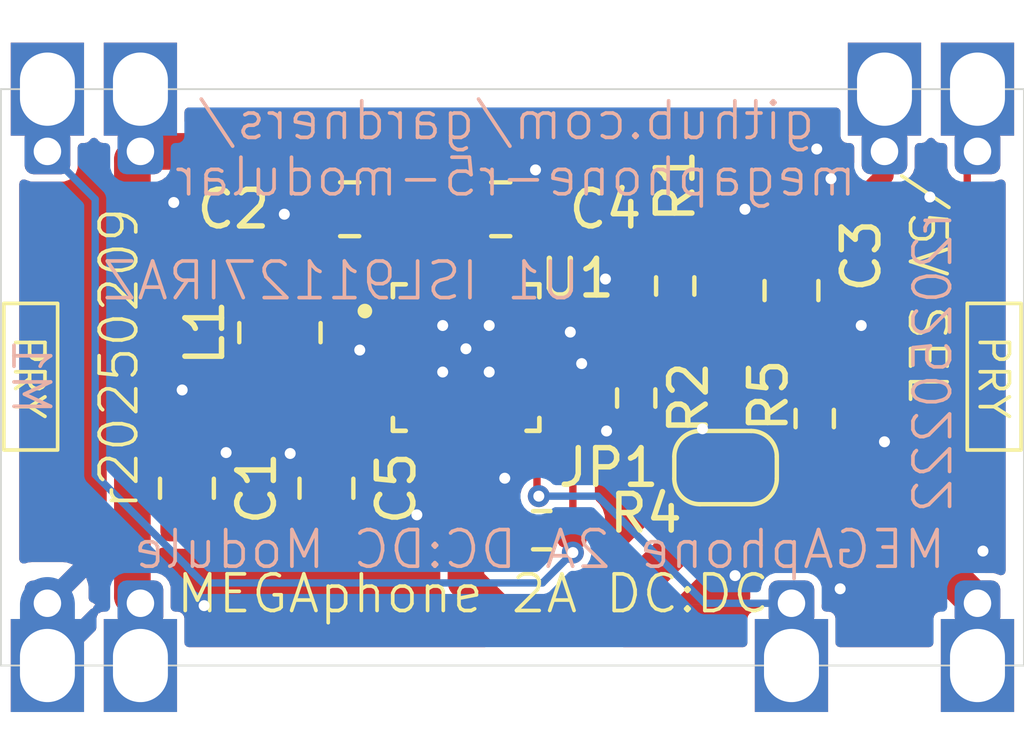
<source format=kicad_pcb>
(kicad_pcb (version 20241229) (generator "pcbnew") (generator_version "9.0")
  (layers (0 "F.Cu" signal) (2 "B.Cu" signal) (13 "F.Paste" user) (15 "B.Paste" user) (5 "F.SilkS" user "F.Silkscreen") (7 "B.SilkS" user "B.Silkscreen") (1 "F.Mask" user) (3 "B.Mask" user) (25 "Edge.Cuts" user))
  (property "project_creator" "gardners")
  (property "project_license" "CERN-OHL-S v2")
  (property "project_name" "Mega65Modular LoRa")
  (property "project_version" "v0.1")
  (property "project_year" "2025")
  (net 0 "")
  (net 1 "VBAT")
  (net 2 "GND")
  (net 3 "VCC_OUT")
  (net 4 "Net-(U1-FB)")
  (net 5 "{slash}5V_SEL")
  (net 6 "Net-(L1-Pad1)")
  (net 7 "Net-(L1-Pad2)")
  (net 8 "MODE")
  (net 10 "EN")
  (footprint "Capacitor_SMD:C_0805_2012Metric" (layer "F.Cu") (at 58.42 43.815 90)
    (property "Reference" "C5" (at 0 1.905 90) (layer "F.SilkS"))
    (property "Value" "10uF" (hide yes))
    (fp_line (start -0.261252 -0.735) (end 0.261252 -0.735) (stroke (width 0.12)) (layer "F.SilkS"))
    (fp_line (start -0.261252 0.735) (end 0.261252 0.735) (stroke (width 0.12)) (layer "F.SilkS"))
    (pad "1" smd roundrect (at -0.95 0 90) (size 1 1.45) (layers "F.Cu" "F.Mask" "F.Paste") (net 1 "VBAT"))
    (pad "2" smd roundrect (at 0.95 0 90) (size 1 1.45) (layers "F.Cu" "F.Mask" "F.Paste") (net 2 "GND"))
  )
  (footprint "Resistor_SMD:R_0603_1608Metric" (layer "F.Cu") (at 71.755 41.91 -90)
    (property "Reference" "R5" (at -0.63 1.265 90) (layer "F.SilkS"))
    (property "Value" "138K" (hide yes))
    (fp_line (start -0.237258 0.5225) (end 0.237258 0.5225) (stroke (width 0.12)) (layer "F.SilkS"))
    (fp_line (start -0.237258 -0.5225) (end 0.237258 -0.5225) (stroke (width 0.12)) (layer "F.SilkS"))
    (pad "1" smd roundrect (at -0.825 0 270) (size 0.8 0.95) (layers "F.Cu" "F.Mask" "F.Paste") (net 4 "Net-(U1-FB)"))
    (pad "2" smd roundrect (at 0.825 0 270) (size 0.8 0.95) (layers "F.Cu" "F.Mask" "F.Paste") (net 5 "{slash}5V_SEL"))
  )
  (footprint "MegaCastle:QFN50P400X400X90-21N" (layer "F.Cu") (at 62.235 40.245)
    (property "Reference" "U1" (at 3.035 -2.165 0) (layer "F.SilkS"))
    (property "Value" "ISl91127IR")
    (fp_line (start -2 -2) (end -2 -1.65) (stroke (width 0.127)) (layer "F.SilkS"))
    (fp_line (start -2 -2) (end -1.65 -2) (stroke (width 0.127)) (layer "F.SilkS"))
    (fp_line (start -2 2) (end -2 1.65) (stroke (width 0.127)) (layer "F.SilkS"))
    (fp_line (start -2 2) (end -1.65 2) (stroke (width 0.127)) (layer "F.SilkS"))
    (fp_line (start 2 -2) (end 1.65 -2) (stroke (width 0.127)) (layer "F.SilkS"))
    (fp_line (start 2 -2) (end 2 -1.65) (stroke (width 0.127)) (layer "F.SilkS"))
    (fp_line (start 2 2) (end 1.65 2) (stroke (width 0.127)) (layer "F.SilkS"))
    (fp_line (start 2 2) (end 2 1.65) (stroke (width 0.127)) (layer "F.SilkS"))
    (fp_circle (center -2.765 -1.27) (end -2.565 -1.27) (fill yes) (layer "F.SilkS"))
    (pad "1" smd roundrect (at -1.935 -1) (size 0.83 0.27) (layers "F.Cu" "F.Mask" "F.Paste") (roundrect_rratio 0.125) (net 7 "Net-(L1-Pad2)"))
    (pad "2" smd roundrect (at -1.935 -0.5) (size 0.83 0.27) (layers "F.Cu" "F.Mask" "F.Paste") (roundrect_rratio 0.125) (net 7 "Net-(L1-Pad2)"))
    (pad "3" smd roundrect (at -1.935 0) (size 0.83 0.27) (layers "F.Cu" "F.Mask" "F.Paste") (roundrect_rratio 0.125) (net 2 "GND"))
    (pad "4" smd roundrect (at -1.935 0.5) (size 0.83 0.27) (layers "F.Cu" "F.Mask" "F.Paste") (roundrect_rratio 0.125) (net 6 "Net-(L1-Pad1)"))
    (pad "5" smd roundrect (at -1.935 1) (size 0.83 0.27) (layers "F.Cu" "F.Mask" "F.Paste") (roundrect_rratio 0.125) (net 6 "Net-(L1-Pad1)"))
    (pad "6" smd roundrect (at -1 1.935) (size 0.27 0.83) (layers "F.Cu" "F.Mask" "F.Paste") (roundrect_rratio 0.125) (net 1 "VBAT"))
    (pad "7" smd roundrect (at -0.5 1.935) (size 0.27 0.83) (layers "F.Cu" "F.Mask" "F.Paste") (roundrect_rratio 0.125) (net 1 "VBAT"))
    (pad "8" smd roundrect (at 0 1.935) (size 0.27 0.83) (layers "F.Cu" "F.Mask" "F.Paste") (roundrect_rratio 0.125) (net 1 "VBAT"))
    (pad "9" smd roundrect (at 0.5 1.935) (size 0.27 0.83) (layers "F.Cu" "F.Mask" "F.Paste") (roundrect_rratio 0.125) (net 1 "VBAT"))
    (pad "10" smd roundrect (at 1 1.935) (size 0.27 0.83) (layers "F.Cu" "F.Mask" "F.Paste") (roundrect_rratio 0.125) (net 1 "VBAT"))
    (pad "11" smd roundrect (at 1.935 1) (size 0.83 0.27) (layers "F.Cu" "F.Mask" "F.Paste") (roundrect_rratio 0.125) (net 10 "EN"))
    (pad "12" smd roundrect (at 1.935 0.5) (size 0.83 0.27) (layers "F.Cu" "F.Mask" "F.Paste") (roundrect_rratio 0.125) (net 8 "MODE"))
    (pad "13" smd roundrect (at 1.935 0) (size 0.83 0.27) (layers "F.Cu" "F.Mask" "F.Paste") (roundrect_rratio 0.125) (net 2 "GND"))
    (pad "14" smd roundrect (at 1.935 -0.5) (size 0.83 0.27) (layers "F.Cu" "F.Mask" "F.Paste") (roundrect_rratio 0.125) (net 2 "GND"))
    (pad "15" smd roundrect (at 1.935 -1) (size 0.83 0.27) (layers "F.Cu" "F.Mask" "F.Paste") (roundrect_rratio 0.125) (net 4 "Net-(U1-FB)"))
    (pad "16" smd roundrect (at 1 -1.935) (size 0.27 0.83) (layers "F.Cu" "F.Mask" "F.Paste") (roundrect_rratio 0.125))
    (pad "17" smd roundrect (at 0.5 -1.935) (size 0.27 0.83) (layers "F.Cu" "F.Mask" "F.Paste") (roundrect_rratio 0.125) (net 3 "VCC_OUT"))
    (pad "18" smd roundrect (at 0 -1.935) (size 0.27 0.83) (layers "F.Cu" "F.Mask" "F.Paste") (roundrect_rratio 0.125) (net 3 "VCC_OUT"))
    (pad "19" smd roundrect (at -0.5 -1.935) (size 0.27 0.83) (layers "F.Cu" "F.Mask" "F.Paste") (roundrect_rratio 0.125) (net 3 "VCC_OUT"))
    (pad "20" smd roundrect (at -1 -1.935) (size 0.27 0.83) (layers "F.Cu" "F.Mask" "F.Paste") (roundrect_rratio 0.125) (net 3 "VCC_OUT"))
    (pad "21" smd rect (at 0 0) (size 2.64 2.64) (layers "F.Cu" "F.Mask") (net 2 "GND"))
  )
  (footprint "Capacitor_SMD:C_0805_2012Metric" (layer "F.Cu") (at 54.61 43.815 90)
    (property "Reference" "C1" (at 0 1.905 90) (layer "F.SilkS"))
    (property "Value" "10uF" (hide yes))
    (fp_line (start -0.261252 -0.735) (end 0.261252 -0.735) (stroke (width 0.12)) (layer "F.SilkS"))
    (fp_line (start -0.261252 0.735) (end 0.261252 0.735) (stroke (width 0.12)) (layer "F.SilkS"))
    (pad "1" smd roundrect (at -0.95 0 90) (size 1 1.45) (layers "F.Cu" "F.Mask" "F.Paste") (net 1 "VBAT"))
    (pad "2" smd roundrect (at 0.95 0 90) (size 1 1.45) (layers "F.Cu" "F.Mask" "F.Paste") (net 2 "GND"))
  )
  (footprint "Capacitor_SMD:C_0805_2012Metric" (layer "F.Cu") (at 59.055 36.195 180)
    (property "Reference" "C2" (at 3.175 0 0) (layer "F.SilkS"))
    (property "Value" "22uF" (hide yes))
    (fp_line (start -0.261252 0.735) (end 0.261252 0.735) (stroke (width 0.12)) (layer "F.SilkS"))
    (fp_line (start -0.261252 -0.735) (end 0.261252 -0.735) (stroke (width 0.12)) (layer "F.SilkS"))
    (pad "1" smd roundrect (at -0.95 0 180) (size 1 1.45) (layers "F.Cu" "F.Mask" "F.Paste") (net 3 "VCC_OUT"))
    (pad "2" smd roundrect (at 0.95 0 180) (size 1 1.45) (layers "F.Cu" "F.Mask" "F.Paste") (net 2 "GND"))
  )
  (footprint "Jumper:SolderJumper-2_P1.3mm_Open_RoundedPad1.0x1.5mm" (layer "F.Cu") (at 69.32 43.25)
    (property "Reference" "JP1" (at -3.19 0 0) (layer "F.SilkS"))
    (property "Value" "Force 5V")
    (fp_line (start -1.4 0.3) (end -1.4 -0.3) (stroke (width 0.12)) (layer "F.SilkS"))
    (fp_line (start -0.7 -1) (end 0.7 -1) (stroke (width 0.12)) (layer "F.SilkS"))
    (fp_line (start 0.7 1) (end -0.7 1) (stroke (width 0.12)) (layer "F.SilkS"))
    (fp_line (start 1.4 -0.3) (end 1.4 0.3) (stroke (width 0.12)) (layer "F.SilkS"))
    (fp_arc (start -1.4 -0.3) (mid -1.194975 -0.794975) (end -0.7 -1) (stroke (width 0.12)) (layer "F.SilkS"))
    (fp_arc (start -0.7 1) (mid -1.194975 0.794975) (end -1.4 0.3) (stroke (width 0.12)) (layer "F.SilkS"))
    (fp_arc (start 0.7 -1) (mid 1.194975 -0.794975) (end 1.4 -0.3) (stroke (width 0.12)) (layer "F.SilkS"))
    (fp_arc (start 1.4 0.3) (mid 1.194975 0.794975) (end 0.7 1) (stroke (width 0.12)) (layer "F.SilkS"))
    (pad "1" smd custom (at -0.65 0) (size 1 0.5) (layers "F.Cu" "F.Mask") (net 2 "GND") (options (clearance outline) (anchor rect)) (primitives (gr_circle (center 0 0.25) (end 0.5 0.25) (width 0) (fill yes)) (gr_circle (center 0 -0.25) (end 0.5 -0.25) (width 0) (fill yes)) (gr_poly (pts (xy 0.5 0.75) (xy 0 0.75) (xy 0 -0.75) (xy 0.5 -0.75)) (width 0) (fill yes))))
    (pad "2" smd custom (at 0.65 0) (size 1 0.5) (layers "F.Cu" "F.Mask") (net 5 "{slash}5V_SEL") (options (clearance outline) (anchor rect)) (primitives (gr_circle (center 0 0.25) (end 0.5 0.25) (width 0) (fill yes)) (gr_circle (center 0 -0.25) (end 0.5 -0.25) (width 0) (fill yes)) (gr_poly (pts (xy 0 0.75) (xy -0.5 0.75) (xy -0.5 -0.75) (xy 0 -0.75)) (width 0) (fill yes))))
  )
  (footprint "Resistor_SMD:R_0603_1608Metric" (layer "F.Cu") (at 66.88 41.35 -90)
    (property "Reference" "R2" (at 0 -1.43 90) (layer "F.SilkS"))
    (property "Value" "92K" (hide yes))
    (fp_line (start -0.237258 0.5225) (end 0.237258 0.5225) (stroke (width 0.12)) (layer "F.SilkS"))
    (fp_line (start -0.237258 -0.5225) (end 0.237258 -0.5225) (stroke (width 0.12)) (layer "F.SilkS"))
    (pad "1" smd roundrect (at -0.825 0 270) (size 0.8 0.95) (layers "F.Cu" "F.Mask" "F.Paste") (net 4 "Net-(U1-FB)"))
    (pad "2" smd roundrect (at 0.825 0 270) (size 0.8 0.95) (layers "F.Cu" "F.Mask" "F.Paste") (net 2 "GND"))
  )
  (footprint "Capacitor_SMD:C_0805_2012Metric" (layer "F.Cu") (at 63.18 36.195)
    (property "Reference" "C4" (at 2.86 0 0) (layer "F.SilkS"))
    (property "Value" "22uF" (hide yes))
    (fp_line (start -0.261252 -0.735) (end 0.261252 -0.735) (stroke (width 0.12)) (layer "F.SilkS"))
    (fp_line (start -0.261252 0.735) (end 0.261252 0.735) (stroke (width 0.12)) (layer "F.SilkS"))
    (pad "1" smd roundrect (at -0.95 0) (size 1 1.45) (layers "F.Cu" "F.Mask" "F.Paste") (net 3 "VCC_OUT"))
    (pad "2" smd roundrect (at 0.95 0) (size 1 1.45) (layers "F.Cu" "F.Mask" "F.Paste") (net 2 "GND"))
  )
  (footprint "Resistor_SMD:R_0603_1608Metric" (layer "F.Cu") (at 64.3 44.96)
    (property "Reference" "R4" (at 2.845 -0.46 0) (layer "F.SilkS"))
    (property "Value" "92K" (hide yes))
    (fp_line (start -0.237258 -0.5225) (end 0.237258 -0.5225) (stroke (width 0.12)) (layer "F.SilkS"))
    (fp_line (start -0.237258 0.5225) (end 0.237258 0.5225) (stroke (width 0.12)) (layer "F.SilkS"))
    (pad "1" smd roundrect (at -0.825 0) (size 0.8 0.95) (layers "F.Cu" "F.Mask" "F.Paste") (net 1 "VBAT"))
    (pad "2" smd roundrect (at 0.825 0) (size 0.8 0.95) (layers "F.Cu" "F.Mask" "F.Paste") (net 8 "MODE"))
  )
  (footprint "Resistor_SMD:R_0603_1608Metric" (layer "F.Cu") (at 67.945 38.29 -90)
    (property "Reference" "R1" (at -2.73 0 90) (layer "F.SilkS"))
    (property "Value" "291K" (hide yes))
    (fp_line (start -0.237258 0.5225) (end 0.237258 0.5225) (stroke (width 0.12)) (layer "F.SilkS"))
    (fp_line (start -0.237258 -0.5225) (end 0.237258 -0.5225) (stroke (width 0.12)) (layer "F.SilkS"))
    (pad "1" smd roundrect (at -0.825 0 270) (size 0.8 0.95) (layers "F.Cu" "F.Mask" "F.Paste") (net 3 "VCC_OUT"))
    (pad "2" smd roundrect (at 0.825 0 270) (size 0.8 0.95) (layers "F.Cu" "F.Mask" "F.Paste") (net 4 "Net-(U1-FB)"))
  )
  (footprint "Inductor_SMD:L_1008_2520Metric" (layer "F.Cu") (at 57.15 39.565 90)
    (property "Reference" "L1" (at 0 -2.05 90) (layer "F.SilkS"))
    (property "Value" "1uH" (hide yes))
    (fp_line (start -0.261252 -1.11) (end 0.261252 -1.11) (stroke (width 0.12)) (layer "F.SilkS"))
    (fp_line (start -0.261252 1.11) (end 0.261252 1.11) (stroke (width 0.12)) (layer "F.SilkS"))
    (pad "1" smd roundrect (at -1.075 0 90) (size 1.25 2.2) (layers "F.Cu" "F.Mask" "F.Paste") (roundrect_rratio 0.2) (net 6 "Net-(L1-Pad1)"))
    (pad "2" smd roundrect (at 1.075 0 90) (size 1.25 2.2) (layers "F.Cu" "F.Mask" "F.Paste") (roundrect_rratio 0.2) (net 7 "Net-(L1-Pad2)"))
  )
  (footprint "Capacitor_SMD:C_0805_2012Metric" (layer "F.Cu") (at 71.12 38.415 -90)
    (property "Reference" "C3" (at -0.95 -1.905 90) (layer "F.SilkS"))
    (property "Value" "200pF" (hide yes))
    (fp_line (start -0.261252 0.735) (end 0.261252 0.735) (stroke (width 0.12)) (layer "F.SilkS"))
    (fp_line (start -0.261252 -0.735) (end 0.261252 -0.735) (stroke (width 0.12)) (layer "F.SilkS"))
    (pad "1" smd roundrect (at -0.95 0 270) (size 1 1.45) (layers "F.Cu" "F.Mask" "F.Paste") (net 3 "VCC_OUT"))
    (pad "2" smd roundrect (at 0.95 0 270) (size 1 1.45) (layers "F.Cu" "F.Mask" "F.Paste") (net 4 "Net-(U1-FB)"))
  )
  (footprint "MegaCastle:MegaCastle2x11-Module-I15.7x23.1-MA0780C-SPAREPAD" (layer "B.Cu") (at 63.5 40.785 90)
    (property "Reference" "M1" (at 0.017638 -13.1555 270) (layer "B.SilkS") (effects (font (thickness 0.1)) (justify mirror)))
    (property "Value" "~")
    (fp_rect (start -1.984241 -12.421) (end 2.019516 -13.89) (stroke (width 0.1)) (fill no) (layer "F.SilkS"))
    (fp_rect (start -1.984241 12.421) (end 2.019516 13.89) (stroke (width 0.1)) (fill no) (layer "F.SilkS"))
    (fp_line (start -7.87 -13.97) (end 7.87 -13.97) (stroke (width 0.05)) (layer "Edge.Cuts"))
    (fp_line (start 7.87 13.97) (end 7.87 -13.97) (stroke (width 0.05)) (layer "Edge.Cuts"))
    (fp_line (start -7.87 13.97) (end -7.87 -13.97) (stroke (width 0.05)) (layer "Edge.Cuts"))
    (fp_line (start -7.87 13.97) (end 7.87 13.97) (stroke (width 0.05)) (layer "Edge.Cuts"))
    (fp_text user "PRY" (at 0 12.67 270) (layer "F.SilkS") (effects (font (size 0.8 0.8) (thickness 0.1)) (justify bottom)))
    (fp_text user "PRY" (at 0 -13.67 270) (layer "F.SilkS") (effects (font (size 0.8 0.8) (thickness 0.1)) (justify bottom)))
    (pad "1" thru_hole rect (at -7.87 12.7 90) (size 2.54 2) (drill oval 2 1.5) (property pad_prop_castellated) (layers "*.Cu" "*.Mask") (net 1 "VBAT"))
    (pad "1" thru_hole roundrect (at -6.17 12.7 270) (size 1.25 1.25) (drill 0.75) (layers "*.Cu" "*.Mask") (roundrect_rratio 0.2) (net 1 "VBAT"))
    (pad "3" thru_hole rect (at -7.87 7.62 90) (size 2.54 2) (drill oval 2 1.5) (property pad_prop_castellated) (layers "*.Cu" "*.Mask") (net 10 "EN"))
    (pad "3" thru_hole roundrect (at -6.17 7.62 270) (size 1.25 1.25) (drill 0.75) (layers "*.Cu" "*.Mask") (roundrect_rratio 0.2) (net 10 "EN"))
    (pad "10" thru_hole rect (at -7.87 -10.16 90) (size 2.54 2) (drill oval 2 1.5) (property pad_prop_castellated) (layers "*.Cu" "*.Mask") (net 3 "VCC_OUT"))
    (pad "10" thru_hole roundrect (at -6.17 -10.16 270) (size 1.25 1.25) (drill 0.75) (layers "*.Cu" "*.Mask") (roundrect_rratio 0.2) (net 3 "VCC_OUT"))
    (pad "11" thru_hole rect (at -7.87 -12.7 90) (size 2.54 2) (drill oval 2 1.5) (property pad_prop_castellated) (layers "*.Cu" "*.Mask") (net 2 "GND"))
    (pad "11" thru_hole roundrect (at -6.17 -12.7 270) (size 1.25 1.25) (drill 0.75) (layers "*.Cu" "*.Mask") (roundrect_rratio 0.2) (net 2 "GND"))
    (pad "12" thru_hole roundrect (at 6.17 12.7 270) (size 1.25 1.25) (drill 0.75) (layers "*.Cu" "*.Mask") (roundrect_rratio 0.2) (net 5 "{slash}5V_SEL"))
    (pad "12" thru_hole rect (at 7.87 12.7 90) (size 2.54 2) (drill oval 2 1.5) (property pad_prop_castellated) (layers "*.Cu" "*.Mask") (net 5 "{slash}5V_SEL"))
    (pad "13" thru_hole roundrect (at 6.17 10.16 270) (size 1.25 1.25) (drill 0.75) (layers "*.Cu" "*.Mask") (roundrect_rratio 0.2) (net 3 "VCC_OUT"))
    (pad "13" thru_hole rect (at 7.87 10.16 90) (size 2.54 2) (drill oval 2 1.5) (property pad_prop_castellated) (layers "*.Cu" "*.Mask") (net 3 "VCC_OUT"))
    (pad "21" thru_hole roundrect (at 6.17 -10.16 270) (size 1.25 1.25) (drill 0.75) (layers "*.Cu" "*.Mask") (roundrect_rratio 0.2) (net 3 "VCC_OUT"))
    (pad "21" thru_hole rect (at 7.87 -10.16 90) (size 2.54 2) (drill oval 2 1.5) (property pad_prop_castellated) (layers "*.Cu" "*.Mask") (net 3 "VCC_OUT"))
    (pad "22" thru_hole roundrect (at 6.17 -12.7 270) (size 1.25 1.25) (drill 0.75) (layers "*.Cu" "*.Mask") (roundrect_rratio 0.2) (net 8 "MODE"))
    (pad "22" thru_hole rect (at 7.87 -12.7 90) (size 2.54 2) (drill oval 2 1.5) (property pad_prop_castellated) (layers "*.Cu" "*.Mask") (net 8 "MODE"))
  )
  (gr_text "r20250209" (at 53.34 44.45 90) (layer "F.SilkS") (effects (font (size 1 1) (thickness 0.1)) (justify left bottom)))
  (gr_text "/5V SEL" (at 74.244691 35.126164 -90) (layer "F.SilkS") (effects (font (size 1 1) (thickness 0.1)) (justify left bottom)))
  (gr_text "MEGAphone 2A DC:DC" (at 54.26 47.28 0) (layer "F.SilkS") (effects (font (size 1 1) (thickness 0.1)) (justify left bottom)))
  (gr_text "github.com/gardners/" (at 71.83 34.36 0) (layer "B.SilkS") (effects (font (size 1 1) (thickness 0.1)) (justify left bottom mirror)))
  (gr_text "MEGAphone 2A DC:DC Module" (at 75.4 46.07 0) (layer "B.SilkS") (effects (font (size 1 1) (thickness 0.1)) (justify left bottom mirror)))
  (gr_text "U1 ISL91127IRAZ" (at 65.405 38.735 0) (layer "B.SilkS") (effects (font (size 1 1) (thickness 0.1)) (justify left bottom mirror)))
  (gr_text "r20250222" (at 75.565 36.195 90) (layer "B.SilkS") (effects (font (size 1 1) (thickness 0.1)) (justify left bottom mirror)))
  (gr_text "megaphone-r5-modular" (at 72.96 35.9 0) (layer "B.SilkS") (effects (font (size 1 1) (thickness 0.1)) (justify left bottom mirror)))
  (segment (start 62.235 45.09) (end 63.345 45.09) (width 0.5) (layer "F.Cu") (net 1))
  (segment (start 62.23 45.095) (end 62.23 45.69) (width 1) (layer "F.Cu") (net 1))
  (segment (start 58.42 44.765) (end 58.735 44.765) (width 1) (layer "F.Cu") (net 1))
  (segment (start 61.005 42.18) (end 61.235 42.18) (width 0.2) (layer "F.Cu") (net 1))
  (segment (start 63.235 45.455) (end 63.475 45.215) (width 0.2) (layer "F.Cu") (net 1))
  (segment (start 61.235 42.18) (end 62.235 42.18) (width 0.75) (layer "F.Cu") (net 1))
  (segment (start 63.235 42.18) (end 62.735 42.18) (width 0.2) (layer "F.Cu") (net 1))
  (segment (start 63.5 47.625) (end 65.775 47.625) (width 1) (layer "F.Cu") (net 1))
  (segment (start 62.23 46.355) (end 63.5 47.625) (width 1) (layer "F.Cu") (net 1))
  (segment (start 58.735 44.765) (end 61.235 42.265) (width 1) (layer "F.Cu") (net 1))
  (segment (start 63.475 45.215) (end 63.475 44.96) (width 0.2) (layer "F.Cu") (net 1))
  (segment (start 65.775 47.625) (end 68.33 45.07) (width 1) (layer "F.Cu") (net 1))
  (segment (start 62.235 42.265) (end 62.235 45.09) (width 1) (layer "F.Cu") (net 1))
  (segment (start 62.235 45.09) (end 62.23 45.095) (width 1) (layer "F.Cu") (net 1))
  (segment (start 63.345 45.09) (end 63.475 44.96) (width 0.5) (layer "F.Cu") (net 1))
  (segment (start 62.23 45.69) (end 62.23 46.355) (width 1) (layer "F.Cu") (net 1))
  (segment (start 68.33 45.07) (end 74.315 45.07) (width 1) (layer "F.Cu") (net 1))
  (segment (start 54.61 44.765) (end 58.42 44.765) (width 1) (layer "F.Cu") (net 1))
  (segment (start 74.315 45.07) (end 76.2 46.955) (width 1) (layer "F.Cu") (net 1))
  (segment (start 65.08 39.58) (end 65.16 39.66) (width 0.2) (layer "F.Cu") (net 2))
  (segment (start 65.16 39.73) (end 65.145 39.745) (width 0.2) (layer "F.Cu") (net 2))
  (segment (start 64.17 40.245) (end 65.225 40.245) (width 0.2) (layer "F.Cu") (net 2))
  (segment (start 64.13 36.195) (end 64.13 35.12) (width 0.5) (layer "F.Cu") (net 2))
  (segment (start 57.43 42.865) (end 58.42 42.865) (width 0.5) (layer "F.Cu") (net 2))
  (segment (start 66.4 42.29) (end 66.765 42.29) (width 0.2) (layer "F.Cu") (net 2))
  (segment (start 59.33 40.04) (end 59.51 40.04) (width 0.2) (layer "F.Cu") (net 2))
  (segment (start 65.16 39.66) (end 65.16 39.73) (width 0.2) (layer "F.Cu") (net 2))
  (segment (start 55.655 42.865) (end 55.68 42.84) (width 0.5) (layer "F.Cu") (net 2))
  (segment (start 65.225 40.245) (end 65.39 40.41) (width 0.2) (layer "F.Cu") (net 2))
  (segment (start 66.765 42.29) (end 66.88 42.175) (width 0.2) (layer "F.Cu") (net 2))
  (segment (start 59.715 40.245) (end 60.3 40.245) (width 0.2) (layer "F.Cu") (net 2))
  (segment (start 65.08 39.55) (end 65.08 39.58) (width 0.2) (layer "F.Cu") (net 2))
  (segment (start 59.51 40.04) (end 59.715 40.245) (width 0.2) (layer "F.Cu") (net 2))
  (segment (start 54.61 42.865) (end 55.655 42.865) (width 0.5) (layer "F.Cu") (net 2))
  (segment (start 66.36 42.25) (end 66.4 42.29) (width 0.2) (layer "F.Cu") (net 2))
  (segment (start 57.405 36.195) (end 58.105 36.195) (width 0.5) (layer "F.Cu") (net 2))
  (segment (start 66.07 42.25) (end 66.36 42.25) (width 0.2) (layer "F.Cu") (net 2))
  (segment (start 57.27 36.33) (end 57.405 36.195) (width 0.5) (layer "F.Cu") (net 2))
  (segment (start 65.145 39.745) (end 64.17 39.745) (width 0.2) (layer "F.Cu") (net 2))
  (via (at 69.58 46.2) (size 0.6) (drill 0.3) (layers "F.Cu" "B.Cu") (net 2))
  (via (at 57.43 42.865) (size 0.6) (drill 0.3) (layers "F.Cu" "B.Cu") (net 2))
  (via (at 65.39 40.41) (size 0.6) (drill 0.3) (layers "F.Cu" "B.Cu") (net 2))
  (via (at 61.595 39.37) (size 0.6) (drill 0.3) (layers "F.Cu" "B.Cu") (net 2))
  (via (at 72.45 46.56) (size 0.6) (drill 0.3) (layers "F.Cu" "B.Cu") (net 2))
  (via (at 76.35 45.53) (size 0.6) (drill 0.3) (layers "F.Cu" "B.Cu") (net 2))
  (via (at 55.08 47.02) (size 0.6) (drill 0.3) (layers "F.Cu" "B.Cu") (net 2))
  (via (at 61.595 40.64) (size 0.6) (drill 0.3) (layers "F.Cu" "B.Cu") (net 2))
  (via (at 62.23 40.005) (size 0.6) (drill 0.3) (layers "F.Cu" "B.Cu") (net 2))
  (via (at 62.865 39.37) (size 0.6) (drill 0.3) (layers "F.Cu" "B.Cu") (net 2))
  (via (at 65.08 39.55) (size 0.6) (drill 0.3) (layers "F.Cu" "B.Cu") (net 2))
  (via (at 54.25 36.01) (size 0.6) (drill 0.3) (layers "F.Cu" "B.Cu") (net 2))
  (via (at 66.04 38.1) (size 0.6) (drill 0.3) (layers "F.Cu" "B.Cu") (net 2))
  (via (at 60.89 44.54) (size 0.6) (drill 0.3) (layers "F.Cu" "B.Cu") (net 2))
  (via (at 68.69 42.19) (size 0.6) (drill 0.3) (layers "F.Cu" "B.Cu") (net 2))
  (via (at 54.48 41.13) (size 0.6) (drill 0.3) (layers "F.Cu" "B.Cu") (net 2))
  (via (at 64.13 35.12) (size 0.6) (drill 0.3) (layers "F.Cu" "B.Cu") (net 2))
  (via (at 73.025 39.37) (size 0.6) (drill 0.3) (layers "F.Cu" "B.Cu") (net 2))
  (via (at 71.81 34.55) (size 0.6) (drill 0.3) (layers "F.Cu" "B.Cu") (net 2))
  (via (at 66.07 42.25) (size 0.6) (drill 0.3) (layers "F.Cu" "B.Cu") (net 2))
  (via (at 55.68 42.84) (size 0.6) (drill 0.3) (layers "F.Cu" "B.Cu") (net 2))
  (via (at 62.865 40.64) (size 0.6) (drill 0.3) (layers "F.Cu" "B.Cu") (net 2))
  (via (at 74.9 35.86) (size 0.6) (drill 0.3) (layers "F.Cu" "B.Cu") (net 2))
  (via (at 57.27 36.33) (size 0.6) (drill 0.3) (layers "F.Cu" "B.Cu") (net 2))
  (via (at 73.66 42.545) (size 0.6) (drill 0.3) (layers "F.Cu" "B.Cu") (net 2))
  (via (at 63.29 43.54) (size 0.6) (drill 0.3) (layers "F.Cu" "B.Cu") (net 2))
  (via (at 69.85 36.195) (size 0.6) (drill 0.3) (layers "F.Cu" "B.Cu") (net 2))
  (via (at 59.33 40.04) (size 0.6) (drill 0.3) (layers "F.Cu" "B.Cu") (net 2))
  (via (at 72.2 35.36) (size 0.6) (drill 0.3) (layers "F.Cu" "B.Cu") (net 2))
  (segment (start 50.8 47.762233) (end 50.8 46.99) (width 1.5) (layer "B.Cu") (net 2))
  (segment (start 66.675 36.83) (end 66.675 35.925) (width 0.5) (layer "F.Cu") (net 3))
  (segment (start 62.23 37.465) (end 62.23 38.22) (width 1) (layer "F.Cu") (net 3))
  (segment (start 62.23 38.22) (end 62.235 38.225) (width 1) (layer "F.Cu") (net 3))
  (segment (start 61.105 34.16) (end 60.65 34.615) (width 0.5) (layer "F.Cu") (net 3))
  (segment (start 64.91 34.16) (end 61.105 34.16) (width 0.5) (layer "F.Cu") (net 3))
  (segment (start 60.65 34.615) (end 62.23 36.195) (width 1) (layer "F.Cu") (net 3))
  (segment (start 53.34 34.615) (end 60.65 34.615) (width 1) (layer "F.Cu") (net 3))
  (segment (start 73.66 35.27) (end 71.465 37.465) (width 0.5) (layer "F.Cu") (net 3))
  (segment (start 53.12 46.77) (end 53.305 46.955) (width 1) (layer "F.Cu") (net 3))
  (segment (start 71.755 37.465) (end 67.31 37.465) (width 0.5) (layer "F.Cu") (net 3))
  (segment (start 62.23 36.195) (end 62.23 37.465) (width 1) (layer "F.Cu") (net 3))
  (segment (start 61.82 38.225) (end 61.735 38.225) (width 1) (layer "F.Cu") (net 3))
  (segment (start 53.34 34.615) (end 53.12 34.835) (width 1) (layer "F.Cu") (net 3))
  (segment (start 62.235 36.2) (end 62.23 36.195) (width 0.2) (layer "F.Cu") (net 3))
  (segment (start 62.23 37.815) (end 61.82 38.225) (width 1) (layer "F.Cu") (net 3))
  (segment (start 60.005 36.195) (end 62.23 36.195) (width 1) (layer "F.Cu") (net 3))
  (segment (start 62.23 37.465) (end 62.23 37.815) (width 1) (layer "F.Cu") (net 3))
  (segment (start 67.31 37.465) (end 66.675 36.83) (width 0.5) (layer "F.Cu") (net 3))
  (segment (start 66.675 35.925) (end 64.91 34.16) (width 0.5) (layer "F.Cu") (net 3))
  (segment (start 53.12 34.835) (end 53.12 46.77) (width 1) (layer "F.Cu") (net 3))
  (segment (start 73.66 34.615) (end 73.66 35.27) (width 0.5) (layer "F.Cu") (net 3))
  (segment (start 71.465 37.465) (end 71.12 37.465) (width 0.5) (layer "F.Cu") (net 3))
  (segment (start 53.305 46.955) (end 53.34 46.955) (width 1) (layer "F.Cu") (net 3))
  (segment (start 67.31 39.115) (end 71.505 39.115) (width 0.2) (layer "F.Cu") (net 4))
  (segment (start 67.075 38.88) (end 64.535 38.88) (width 0.2) (layer "F.Cu") (net 4))
  (segment (start 67.31 39.115) (end 67.31 40.285) (width 0.2) (layer "F.Cu") (net 4))
  (segment (start 71.31 40.64) (end 71.755 41.085) (width 0.2) (layer "F.Cu") (net 4))
  (segment (start 67.31 39.115) (end 67.075 38.88) (width 0.2) (layer "F.Cu") (net 4))
  (segment (start 66.88 40.525) (end 66.97 40.525) (width 0.2) (layer "F.Cu") (net 4))
  (segment (start 67.085 40.64) (end 71.31 40.64) (width 0.2) (layer "F.Cu") (net 4))
  (segment (start 66.97 40.525) (end 67.085 40.64) (width 0.2) (layer "F.Cu") (net 4))
  (segment (start 67.07 40.525) (end 66.88 40.525) (width 0.2) (layer "F.Cu") (net 4))
  (segment (start 67.31 40.285) (end 67.07 40.525) (width 0.2) (layer "F.Cu") (net 4))
  (segment (start 71.505 39.115) (end 71.755 39.365) (width 0.2) (layer "F.Cu") (net 4))
  (segment (start 64.535 38.88) (end 64.17 39.245) (width 0.2) (layer "F.Cu") (net 4))
  (segment (start 74.93 37.465) (end 75.920297 36.474703) (width 0.2) (layer "F.Cu") (net 5))
  (segment (start 74.38 43.76) (end 74.93 43.21) (width 0.2) (layer "F.Cu") (net 5))
  (segment (start 71.58 42.735) (end 71.755 42.735) (width 0.2) (layer "F.Cu") (net 5))
  (segment (start 75.920297 36.474703) (end 75.920297 34.894703) (width 0.2) (layer "F.Cu") (net 5))
  (segment (start 71.755 42.735) (end 71.395 42.735) (width 0.2) (layer "F.Cu") (net 5))
  (segment (start 75.920297 34.894703) (end 76.2 34.615) (width 0.2) (layer "F.Cu") (net 5))
  (segment (start 70.88 43.25) (end 69.97 43.25) (width 0.2) (layer "F.Cu") (net 5))
  (segment (start 70.48 43.76) (end 74.38 43.76) (width 0.2) (layer "F.Cu") (net 5))
  (segment (start 74.93 43.21) (end 74.93 37.465) (width 0.2) (layer "F.Cu") (net 5))
  (segment (start 71.395 42.735) (end 70.88 43.25) (width 0.2) (layer "F.Cu") (net 5))
  (segment (start 69.97 43.25) (end 70.48 43.76) (width 0.2) (layer "F.Cu") (net 5))
  (segment (start 57.15 40.64) (end 57.34 40.83) (width 0.5) (layer "F.Cu") (net 6))
  (segment (start 60.3 40.83) (end 60.3 41.245) (width 0.5) (layer "F.Cu") (net 6))
  (segment (start 57.34 40.83) (end 60.3 40.83) (width 0.5) (layer "F.Cu") (net 6))
  (segment (start 59.545 38.49) (end 60.3 39.245) (width 0.5) (layer "F.Cu") (net 7))
  (segment (start 57.15 38.49) (end 59.545 38.49) (width 0.5) (layer "F.Cu") (net 7))
  (segment (start 60.3 39.245) (end 60.3 39.66) (width 0.5) (layer "F.Cu") (net 7))
  (segment (start 65.15 41.15) (end 65.15 44.935) (width 0.2) (layer "F.Cu") (net 8))
  (segment (start 64.745 40.745) (end 65.15 41.15) (width 0.2) (layer "F.Cu") (net 8))
  (segment (start 65.15 44.985) (end 65.125 44.96) (width 0.2) (layer "F.Cu") (net 8))
  (segment (start 64.17 40.745) (end 64.745 40.745) (width 0.2) (layer "F.Cu") (net 8))
  (segment (start 65.15 45.57) (end 65.15 44.985) (width 0.2) (layer "F.Cu") (net 8))
  (segment (start 65.15 44.935) (end 65.125 44.96) (width 0.2) (layer "F.Cu") (net 8))
  (via (at 65.15 45.57) (size 0.6) (drill 0.3) (layers "F.Cu" "B.Cu") (net 8))
  (segment (start 54.62 45.97) (end 54.62 45.96) (width 0.2) (layer "B.Cu") (net 8))
  (segment (start 65.15 45.57) (end 64.32 46.4) (width 0.2) (layer "B.Cu") (net 8))
  (segment (start 52.105 35.92) (end 50.8 34.615) (width 0.2) (layer "B.Cu") (net 8))
  (segment (start 55.05 46.4) (end 54.62 45.97) (width 0.2) (layer "B.Cu") (net 8))
  (segment (start 64.32 46.4) (end 55.05 46.4) (width 0.2) (layer "B.Cu") (net 8))
  (segment (start 54.62 45.96) (end 52.105 43.445) (width 0.2) (layer "B.Cu") (net 8))
  (segment (start 52.105 43.445) (end 52.105 35.92) (width 0.2) (layer "B.Cu") (net 8))
  (segment (start 64.17 44.07) (end 64.18 44.07) (width 0.2) (layer "F.Cu") (net 10))
  (segment (start 64.17 44.07) (end 64.17 41.245) (width 0.2) (layer "F.Cu") (net 10))
  (segment (start 64.18 44.07) (end 64.22 44.03) (width 0.2) (layer "F.Cu") (net 10))
  (via (at 64.22 44.03) (size 0.6) (drill 0.3) (layers "F.Cu" "B.Cu") (net 10))
  (segment (start 64.22 44.03) (end 65.83 44.03) (width 0.2) (layer "B.Cu") (net 10))
  (segment (start 68.755 46.955) (end 71.12 46.955) (width 0.2) (layer "B.Cu") (net 10))
  (segment (start 65.83 44.03) (end 68.755 46.955) (width 0.2) (layer "B.Cu") (net 10))
  (zone (net 2) (net_name "GND") (layer "F.Cu") (priority 1) (connect_pads (clearance 0.5)) (min_thickness 0.25) (fill yes (thermal_gap 0.5) (thermal_bridge_width 0.5))
    (polygon (pts (xy 65.405 34.925) (xy 65.405 46.99) (xy 74.295 46.99) (xy 74.295 34.925)))
  )
  (zone (net 2) (net_name "GND") (layers "F.Cu" "B.Cu") (connect_pads (clearance 0.2)) (min_thickness 0.25) (fill yes (thermal_gap 0.5) (thermal_bridge_width 0.5))
    (polygon (pts (xy 49.53 30.48) (xy 49.53 50.8) (xy 77.47 50.8) (xy 77.47 30.48)))
  )
)
</source>
